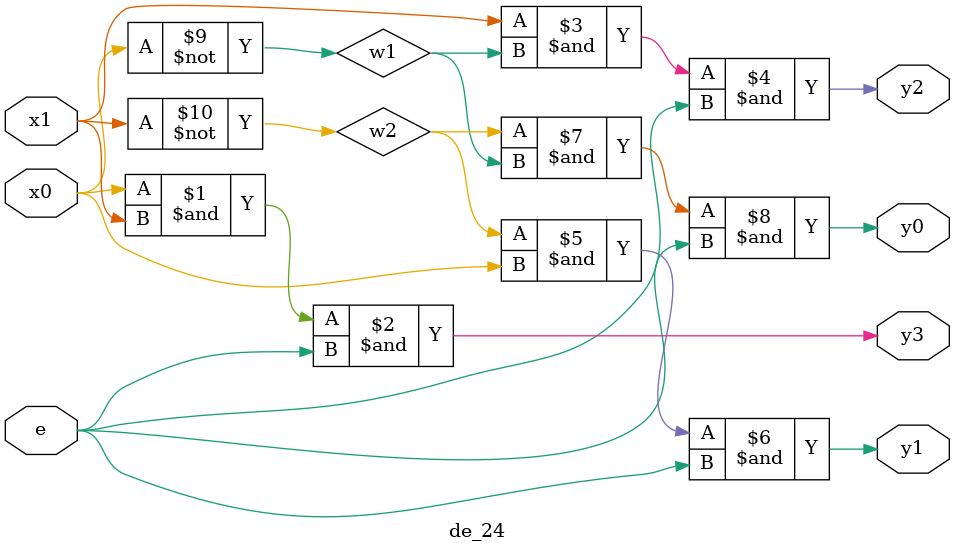
<source format=v>
module de_24(y0,y1,y2,y3,x0,x1,e);
output y0,y1,y2,y3;
input x0,x1,e;

wire w1,w2;

not(w1,x0);
not(w2,x1);

and(y3,x0,x1,e);
and(y2,x1,w1,e);
and(y1,w2,x0,e);
and(y0,w2,w1,e);

endmodule

</source>
